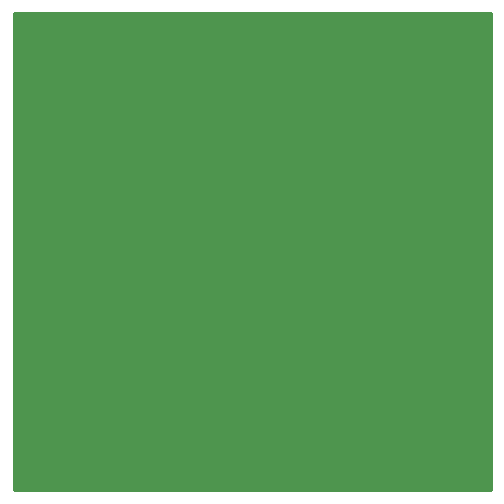
<source format=gbr>
%TF.GenerationSoftware,KiCad,Pcbnew,(5.1.9)-1*%
%TF.CreationDate,2022-07-15T12:13:22-04:00*%
%TF.ProjectId,X-Band_EPR_LGR_BOTTOM,582d4261-6e64-45f4-9550-525f4c47525f,1.0*%
%TF.SameCoordinates,Original*%
%TF.FileFunction,Soldermask,Top*%
%TF.FilePolarity,Negative*%
%FSLAX46Y46*%
G04 Gerber Fmt 4.6, Leading zero omitted, Abs format (unit mm)*
G04 Created by KiCad (PCBNEW (5.1.9)-1) date 2022-07-15 12:13:22*
%MOMM*%
%LPD*%
G01*
G04 APERTURE LIST*
%ADD10C,5.000000*%
%ADD11C,9.200000*%
%ADD12C,0.254000*%
%ADD13C,0.100000*%
G04 APERTURE END LIST*
D10*
%TO.C,H2*%
X108890000Y-108890000D03*
%TD*%
%TO.C,H3*%
X108890000Y-91110000D03*
%TD*%
%TO.C,H4*%
X91110000Y-108890000D03*
%TD*%
%TO.C,H5*%
X91110000Y-91110000D03*
%TD*%
D11*
%TO.C,H1*%
X100000000Y-100000000D03*
%TD*%
D12*
X120193000Y-120193000D02*
X79807000Y-120193000D01*
X79807000Y-79807000D01*
X120193000Y-79807000D01*
X120193000Y-120193000D01*
D13*
G36*
X120193000Y-120193000D02*
G01*
X79807000Y-120193000D01*
X79807000Y-79807000D01*
X120193000Y-79807000D01*
X120193000Y-120193000D01*
G37*
M02*

</source>
